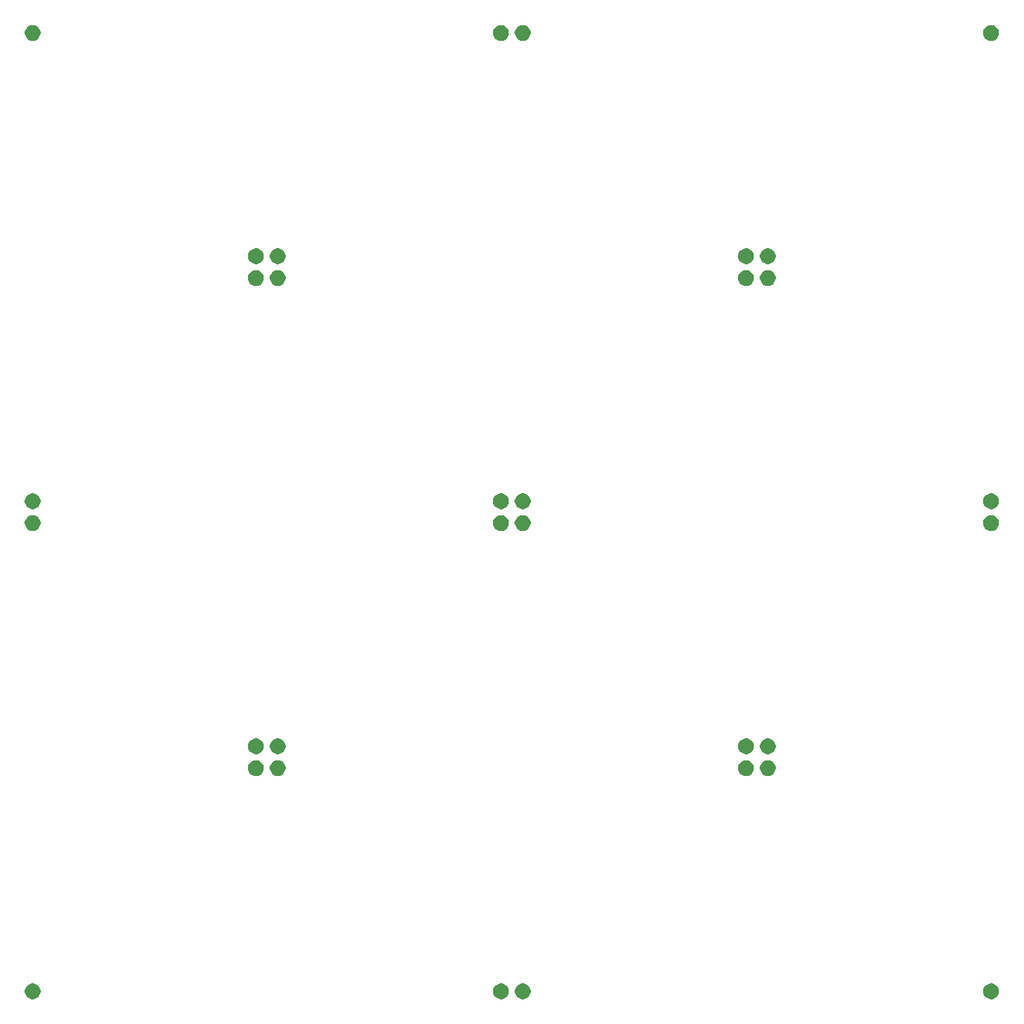
<source format=gbr>
G04 #@! TF.GenerationSoftware,KiCad,Pcbnew,(5.1.5)-3*
G04 #@! TF.CreationDate,2021-04-02T02:22:22+08:00*
G04 #@! TF.ProjectId,FilamentLEDWall,46696c61-6d65-46e7-944c-454457616c6c,rev?*
G04 #@! TF.SameCoordinates,Original*
G04 #@! TF.FileFunction,Soldermask,Top*
G04 #@! TF.FilePolarity,Negative*
%FSLAX46Y46*%
G04 Gerber Fmt 4.6, Leading zero omitted, Abs format (unit mm)*
G04 Created by KiCad (PCBNEW (5.1.5)-3) date 2021-04-02 02:22:22*
%MOMM*%
%LPD*%
G04 APERTURE LIST*
%ADD10C,0.100000*%
G04 APERTURE END LIST*
D10*
G36*
X60824598Y-134842508D02*
G01*
X60988388Y-134910352D01*
X61135795Y-135008846D01*
X61261154Y-135134205D01*
X61359648Y-135281612D01*
X61427492Y-135445402D01*
X61462078Y-135619280D01*
X61462078Y-135796564D01*
X61427492Y-135970442D01*
X61359648Y-136134232D01*
X61261154Y-136281639D01*
X61135795Y-136406998D01*
X60988388Y-136505492D01*
X60988387Y-136505493D01*
X60988386Y-136505493D01*
X60824598Y-136573336D01*
X60650722Y-136607922D01*
X60473434Y-136607922D01*
X60299558Y-136573336D01*
X60135770Y-136505493D01*
X60135769Y-136505493D01*
X60135768Y-136505492D01*
X59988361Y-136406998D01*
X59863002Y-136281639D01*
X59764508Y-136134232D01*
X59696664Y-135970442D01*
X59662078Y-135796564D01*
X59662078Y-135619280D01*
X59696664Y-135445402D01*
X59764508Y-135281612D01*
X59863002Y-135134205D01*
X59988361Y-135008846D01*
X60135768Y-134910352D01*
X60299558Y-134842508D01*
X60473434Y-134807922D01*
X60650722Y-134807922D01*
X60824598Y-134842508D01*
G37*
G36*
X170100442Y-134842508D02*
G01*
X170264232Y-134910352D01*
X170411639Y-135008846D01*
X170536998Y-135134205D01*
X170635492Y-135281612D01*
X170703336Y-135445402D01*
X170737922Y-135619280D01*
X170737922Y-135796564D01*
X170703336Y-135970442D01*
X170635492Y-136134232D01*
X170536998Y-136281639D01*
X170411639Y-136406998D01*
X170264232Y-136505492D01*
X170264231Y-136505493D01*
X170264230Y-136505493D01*
X170100442Y-136573336D01*
X169926566Y-136607922D01*
X169749278Y-136607922D01*
X169575402Y-136573336D01*
X169411614Y-136505493D01*
X169411613Y-136505493D01*
X169411612Y-136505492D01*
X169264205Y-136406998D01*
X169138846Y-136281639D01*
X169040352Y-136134232D01*
X168972508Y-135970442D01*
X168937922Y-135796564D01*
X168937922Y-135619280D01*
X168972508Y-135445402D01*
X169040352Y-135281612D01*
X169138846Y-135134205D01*
X169264205Y-135008846D01*
X169411612Y-134910352D01*
X169575402Y-134842508D01*
X169749278Y-134807922D01*
X169926566Y-134807922D01*
X170100442Y-134842508D01*
G37*
G36*
X114220442Y-134842508D02*
G01*
X114384232Y-134910352D01*
X114531639Y-135008846D01*
X114656998Y-135134205D01*
X114755492Y-135281612D01*
X114823336Y-135445402D01*
X114857922Y-135619280D01*
X114857922Y-135796564D01*
X114823336Y-135970442D01*
X114755492Y-136134232D01*
X114656998Y-136281639D01*
X114531639Y-136406998D01*
X114384232Y-136505492D01*
X114384231Y-136505493D01*
X114384230Y-136505493D01*
X114220442Y-136573336D01*
X114046566Y-136607922D01*
X113869278Y-136607922D01*
X113695402Y-136573336D01*
X113531614Y-136505493D01*
X113531613Y-136505493D01*
X113531612Y-136505492D01*
X113384205Y-136406998D01*
X113258846Y-136281639D01*
X113160352Y-136134232D01*
X113092508Y-135970442D01*
X113057922Y-135796564D01*
X113057922Y-135619280D01*
X113092508Y-135445402D01*
X113160352Y-135281612D01*
X113258846Y-135134205D01*
X113384205Y-135008846D01*
X113531612Y-134910352D01*
X113695402Y-134842508D01*
X113869278Y-134807922D01*
X114046566Y-134807922D01*
X114220442Y-134842508D01*
G37*
G36*
X116704598Y-134842508D02*
G01*
X116868388Y-134910352D01*
X117015795Y-135008846D01*
X117141154Y-135134205D01*
X117239648Y-135281612D01*
X117307492Y-135445402D01*
X117342078Y-135619280D01*
X117342078Y-135796564D01*
X117307492Y-135970442D01*
X117239648Y-136134232D01*
X117141154Y-136281639D01*
X117015795Y-136406998D01*
X116868388Y-136505492D01*
X116868387Y-136505493D01*
X116868386Y-136505493D01*
X116704598Y-136573336D01*
X116530722Y-136607922D01*
X116353434Y-136607922D01*
X116179558Y-136573336D01*
X116015770Y-136505493D01*
X116015769Y-136505493D01*
X116015768Y-136505492D01*
X115868361Y-136406998D01*
X115743002Y-136281639D01*
X115644508Y-136134232D01*
X115576664Y-135970442D01*
X115542078Y-135796564D01*
X115542078Y-135619280D01*
X115576664Y-135445402D01*
X115644508Y-135281612D01*
X115743002Y-135134205D01*
X115868361Y-135008846D01*
X116015768Y-134910352D01*
X116179558Y-134842508D01*
X116353434Y-134807922D01*
X116530722Y-134807922D01*
X116704598Y-134842508D01*
G37*
G36*
X142160442Y-109386664D02*
G01*
X142324232Y-109454508D01*
X142471639Y-109553002D01*
X142596998Y-109678361D01*
X142695492Y-109825768D01*
X142763336Y-109989558D01*
X142797922Y-110163436D01*
X142797922Y-110340720D01*
X142763336Y-110514598D01*
X142695492Y-110678388D01*
X142596998Y-110825795D01*
X142471639Y-110951154D01*
X142324232Y-111049648D01*
X142324231Y-111049649D01*
X142324230Y-111049649D01*
X142160442Y-111117492D01*
X141986566Y-111152078D01*
X141809278Y-111152078D01*
X141635402Y-111117492D01*
X141471614Y-111049649D01*
X141471613Y-111049649D01*
X141471612Y-111049648D01*
X141324205Y-110951154D01*
X141198846Y-110825795D01*
X141100352Y-110678388D01*
X141032508Y-110514598D01*
X140997922Y-110340720D01*
X140997922Y-110163436D01*
X141032508Y-109989558D01*
X141100352Y-109825768D01*
X141198846Y-109678361D01*
X141324205Y-109553002D01*
X141471612Y-109454508D01*
X141635402Y-109386664D01*
X141809278Y-109352078D01*
X141986566Y-109352078D01*
X142160442Y-109386664D01*
G37*
G36*
X88764598Y-109386664D02*
G01*
X88928388Y-109454508D01*
X89075795Y-109553002D01*
X89201154Y-109678361D01*
X89299648Y-109825768D01*
X89367492Y-109989558D01*
X89402078Y-110163436D01*
X89402078Y-110340720D01*
X89367492Y-110514598D01*
X89299648Y-110678388D01*
X89201154Y-110825795D01*
X89075795Y-110951154D01*
X88928388Y-111049648D01*
X88928387Y-111049649D01*
X88928386Y-111049649D01*
X88764598Y-111117492D01*
X88590722Y-111152078D01*
X88413434Y-111152078D01*
X88239558Y-111117492D01*
X88075770Y-111049649D01*
X88075769Y-111049649D01*
X88075768Y-111049648D01*
X87928361Y-110951154D01*
X87803002Y-110825795D01*
X87704508Y-110678388D01*
X87636664Y-110514598D01*
X87602078Y-110340720D01*
X87602078Y-110163436D01*
X87636664Y-109989558D01*
X87704508Y-109825768D01*
X87803002Y-109678361D01*
X87928361Y-109553002D01*
X88075768Y-109454508D01*
X88239558Y-109386664D01*
X88413434Y-109352078D01*
X88590722Y-109352078D01*
X88764598Y-109386664D01*
G37*
G36*
X144644598Y-109386664D02*
G01*
X144808388Y-109454508D01*
X144955795Y-109553002D01*
X145081154Y-109678361D01*
X145179648Y-109825768D01*
X145247492Y-109989558D01*
X145282078Y-110163436D01*
X145282078Y-110340720D01*
X145247492Y-110514598D01*
X145179648Y-110678388D01*
X145081154Y-110825795D01*
X144955795Y-110951154D01*
X144808388Y-111049648D01*
X144808387Y-111049649D01*
X144808386Y-111049649D01*
X144644598Y-111117492D01*
X144470722Y-111152078D01*
X144293434Y-111152078D01*
X144119558Y-111117492D01*
X143955770Y-111049649D01*
X143955769Y-111049649D01*
X143955768Y-111049648D01*
X143808361Y-110951154D01*
X143683002Y-110825795D01*
X143584508Y-110678388D01*
X143516664Y-110514598D01*
X143482078Y-110340720D01*
X143482078Y-110163436D01*
X143516664Y-109989558D01*
X143584508Y-109825768D01*
X143683002Y-109678361D01*
X143808361Y-109553002D01*
X143955768Y-109454508D01*
X144119558Y-109386664D01*
X144293434Y-109352078D01*
X144470722Y-109352078D01*
X144644598Y-109386664D01*
G37*
G36*
X86280442Y-109386664D02*
G01*
X86444232Y-109454508D01*
X86591639Y-109553002D01*
X86716998Y-109678361D01*
X86815492Y-109825768D01*
X86883336Y-109989558D01*
X86917922Y-110163436D01*
X86917922Y-110340720D01*
X86883336Y-110514598D01*
X86815492Y-110678388D01*
X86716998Y-110825795D01*
X86591639Y-110951154D01*
X86444232Y-111049648D01*
X86444231Y-111049649D01*
X86444230Y-111049649D01*
X86280442Y-111117492D01*
X86106566Y-111152078D01*
X85929278Y-111152078D01*
X85755402Y-111117492D01*
X85591614Y-111049649D01*
X85591613Y-111049649D01*
X85591612Y-111049648D01*
X85444205Y-110951154D01*
X85318846Y-110825795D01*
X85220352Y-110678388D01*
X85152508Y-110514598D01*
X85117922Y-110340720D01*
X85117922Y-110163436D01*
X85152508Y-109989558D01*
X85220352Y-109825768D01*
X85318846Y-109678361D01*
X85444205Y-109553002D01*
X85591612Y-109454508D01*
X85755402Y-109386664D01*
X85929278Y-109352078D01*
X86106566Y-109352078D01*
X86280442Y-109386664D01*
G37*
G36*
X88764598Y-106902508D02*
G01*
X88928388Y-106970352D01*
X89075795Y-107068846D01*
X89201154Y-107194205D01*
X89299648Y-107341612D01*
X89367492Y-107505402D01*
X89402078Y-107679280D01*
X89402078Y-107856564D01*
X89367492Y-108030442D01*
X89299648Y-108194232D01*
X89201154Y-108341639D01*
X89075795Y-108466998D01*
X88928388Y-108565492D01*
X88928387Y-108565493D01*
X88928386Y-108565493D01*
X88764598Y-108633336D01*
X88590722Y-108667922D01*
X88413434Y-108667922D01*
X88239558Y-108633336D01*
X88075770Y-108565493D01*
X88075769Y-108565493D01*
X88075768Y-108565492D01*
X87928361Y-108466998D01*
X87803002Y-108341639D01*
X87704508Y-108194232D01*
X87636664Y-108030442D01*
X87602078Y-107856564D01*
X87602078Y-107679280D01*
X87636664Y-107505402D01*
X87704508Y-107341612D01*
X87803002Y-107194205D01*
X87928361Y-107068846D01*
X88075768Y-106970352D01*
X88239558Y-106902508D01*
X88413434Y-106867922D01*
X88590722Y-106867922D01*
X88764598Y-106902508D01*
G37*
G36*
X144644598Y-106902508D02*
G01*
X144808388Y-106970352D01*
X144955795Y-107068846D01*
X145081154Y-107194205D01*
X145179648Y-107341612D01*
X145247492Y-107505402D01*
X145282078Y-107679280D01*
X145282078Y-107856564D01*
X145247492Y-108030442D01*
X145179648Y-108194232D01*
X145081154Y-108341639D01*
X144955795Y-108466998D01*
X144808388Y-108565492D01*
X144808387Y-108565493D01*
X144808386Y-108565493D01*
X144644598Y-108633336D01*
X144470722Y-108667922D01*
X144293434Y-108667922D01*
X144119558Y-108633336D01*
X143955770Y-108565493D01*
X143955769Y-108565493D01*
X143955768Y-108565492D01*
X143808361Y-108466998D01*
X143683002Y-108341639D01*
X143584508Y-108194232D01*
X143516664Y-108030442D01*
X143482078Y-107856564D01*
X143482078Y-107679280D01*
X143516664Y-107505402D01*
X143584508Y-107341612D01*
X143683002Y-107194205D01*
X143808361Y-107068846D01*
X143955768Y-106970352D01*
X144119558Y-106902508D01*
X144293434Y-106867922D01*
X144470722Y-106867922D01*
X144644598Y-106902508D01*
G37*
G36*
X142160442Y-106902508D02*
G01*
X142324232Y-106970352D01*
X142471639Y-107068846D01*
X142596998Y-107194205D01*
X142695492Y-107341612D01*
X142763336Y-107505402D01*
X142797922Y-107679280D01*
X142797922Y-107856564D01*
X142763336Y-108030442D01*
X142695492Y-108194232D01*
X142596998Y-108341639D01*
X142471639Y-108466998D01*
X142324232Y-108565492D01*
X142324231Y-108565493D01*
X142324230Y-108565493D01*
X142160442Y-108633336D01*
X141986566Y-108667922D01*
X141809278Y-108667922D01*
X141635402Y-108633336D01*
X141471614Y-108565493D01*
X141471613Y-108565493D01*
X141471612Y-108565492D01*
X141324205Y-108466998D01*
X141198846Y-108341639D01*
X141100352Y-108194232D01*
X141032508Y-108030442D01*
X140997922Y-107856564D01*
X140997922Y-107679280D01*
X141032508Y-107505402D01*
X141100352Y-107341612D01*
X141198846Y-107194205D01*
X141324205Y-107068846D01*
X141471612Y-106970352D01*
X141635402Y-106902508D01*
X141809278Y-106867922D01*
X141986566Y-106867922D01*
X142160442Y-106902508D01*
G37*
G36*
X86280442Y-106902508D02*
G01*
X86444232Y-106970352D01*
X86591639Y-107068846D01*
X86716998Y-107194205D01*
X86815492Y-107341612D01*
X86883336Y-107505402D01*
X86917922Y-107679280D01*
X86917922Y-107856564D01*
X86883336Y-108030442D01*
X86815492Y-108194232D01*
X86716998Y-108341639D01*
X86591639Y-108466998D01*
X86444232Y-108565492D01*
X86444231Y-108565493D01*
X86444230Y-108565493D01*
X86280442Y-108633336D01*
X86106566Y-108667922D01*
X85929278Y-108667922D01*
X85755402Y-108633336D01*
X85591614Y-108565493D01*
X85591613Y-108565493D01*
X85591612Y-108565492D01*
X85444205Y-108466998D01*
X85318846Y-108341639D01*
X85220352Y-108194232D01*
X85152508Y-108030442D01*
X85117922Y-107856564D01*
X85117922Y-107679280D01*
X85152508Y-107505402D01*
X85220352Y-107341612D01*
X85318846Y-107194205D01*
X85444205Y-107068846D01*
X85591612Y-106970352D01*
X85755402Y-106902508D01*
X85929278Y-106867922D01*
X86106566Y-106867922D01*
X86280442Y-106902508D01*
G37*
G36*
X114220442Y-81446664D02*
G01*
X114384232Y-81514508D01*
X114531639Y-81613002D01*
X114656998Y-81738361D01*
X114755492Y-81885768D01*
X114823336Y-82049558D01*
X114857922Y-82223436D01*
X114857922Y-82400720D01*
X114823336Y-82574598D01*
X114755492Y-82738388D01*
X114656998Y-82885795D01*
X114531639Y-83011154D01*
X114384232Y-83109648D01*
X114384231Y-83109649D01*
X114384230Y-83109649D01*
X114220442Y-83177492D01*
X114046566Y-83212078D01*
X113869278Y-83212078D01*
X113695402Y-83177492D01*
X113531614Y-83109649D01*
X113531613Y-83109649D01*
X113531612Y-83109648D01*
X113384205Y-83011154D01*
X113258846Y-82885795D01*
X113160352Y-82738388D01*
X113092508Y-82574598D01*
X113057922Y-82400720D01*
X113057922Y-82223436D01*
X113092508Y-82049558D01*
X113160352Y-81885768D01*
X113258846Y-81738361D01*
X113384205Y-81613002D01*
X113531612Y-81514508D01*
X113695402Y-81446664D01*
X113869278Y-81412078D01*
X114046566Y-81412078D01*
X114220442Y-81446664D01*
G37*
G36*
X170100442Y-81446664D02*
G01*
X170264232Y-81514508D01*
X170411639Y-81613002D01*
X170536998Y-81738361D01*
X170635492Y-81885768D01*
X170703336Y-82049558D01*
X170737922Y-82223436D01*
X170737922Y-82400720D01*
X170703336Y-82574598D01*
X170635492Y-82738388D01*
X170536998Y-82885795D01*
X170411639Y-83011154D01*
X170264232Y-83109648D01*
X170264231Y-83109649D01*
X170264230Y-83109649D01*
X170100442Y-83177492D01*
X169926566Y-83212078D01*
X169749278Y-83212078D01*
X169575402Y-83177492D01*
X169411614Y-83109649D01*
X169411613Y-83109649D01*
X169411612Y-83109648D01*
X169264205Y-83011154D01*
X169138846Y-82885795D01*
X169040352Y-82738388D01*
X168972508Y-82574598D01*
X168937922Y-82400720D01*
X168937922Y-82223436D01*
X168972508Y-82049558D01*
X169040352Y-81885768D01*
X169138846Y-81738361D01*
X169264205Y-81613002D01*
X169411612Y-81514508D01*
X169575402Y-81446664D01*
X169749278Y-81412078D01*
X169926566Y-81412078D01*
X170100442Y-81446664D01*
G37*
G36*
X116704598Y-81446664D02*
G01*
X116868388Y-81514508D01*
X117015795Y-81613002D01*
X117141154Y-81738361D01*
X117239648Y-81885768D01*
X117307492Y-82049558D01*
X117342078Y-82223436D01*
X117342078Y-82400720D01*
X117307492Y-82574598D01*
X117239648Y-82738388D01*
X117141154Y-82885795D01*
X117015795Y-83011154D01*
X116868388Y-83109648D01*
X116868387Y-83109649D01*
X116868386Y-83109649D01*
X116704598Y-83177492D01*
X116530722Y-83212078D01*
X116353434Y-83212078D01*
X116179558Y-83177492D01*
X116015770Y-83109649D01*
X116015769Y-83109649D01*
X116015768Y-83109648D01*
X115868361Y-83011154D01*
X115743002Y-82885795D01*
X115644508Y-82738388D01*
X115576664Y-82574598D01*
X115542078Y-82400720D01*
X115542078Y-82223436D01*
X115576664Y-82049558D01*
X115644508Y-81885768D01*
X115743002Y-81738361D01*
X115868361Y-81613002D01*
X116015768Y-81514508D01*
X116179558Y-81446664D01*
X116353434Y-81412078D01*
X116530722Y-81412078D01*
X116704598Y-81446664D01*
G37*
G36*
X60824598Y-81446664D02*
G01*
X60988388Y-81514508D01*
X61135795Y-81613002D01*
X61261154Y-81738361D01*
X61359648Y-81885768D01*
X61427492Y-82049558D01*
X61462078Y-82223436D01*
X61462078Y-82400720D01*
X61427492Y-82574598D01*
X61359648Y-82738388D01*
X61261154Y-82885795D01*
X61135795Y-83011154D01*
X60988388Y-83109648D01*
X60988387Y-83109649D01*
X60988386Y-83109649D01*
X60824598Y-83177492D01*
X60650722Y-83212078D01*
X60473434Y-83212078D01*
X60299558Y-83177492D01*
X60135770Y-83109649D01*
X60135769Y-83109649D01*
X60135768Y-83109648D01*
X59988361Y-83011154D01*
X59863002Y-82885795D01*
X59764508Y-82738388D01*
X59696664Y-82574598D01*
X59662078Y-82400720D01*
X59662078Y-82223436D01*
X59696664Y-82049558D01*
X59764508Y-81885768D01*
X59863002Y-81738361D01*
X59988361Y-81613002D01*
X60135768Y-81514508D01*
X60299558Y-81446664D01*
X60473434Y-81412078D01*
X60650722Y-81412078D01*
X60824598Y-81446664D01*
G37*
G36*
X170100442Y-78962508D02*
G01*
X170264232Y-79030352D01*
X170411639Y-79128846D01*
X170536998Y-79254205D01*
X170635492Y-79401612D01*
X170703336Y-79565402D01*
X170737922Y-79739280D01*
X170737922Y-79916564D01*
X170703336Y-80090442D01*
X170635492Y-80254232D01*
X170536998Y-80401639D01*
X170411639Y-80526998D01*
X170264232Y-80625492D01*
X170264231Y-80625493D01*
X170264230Y-80625493D01*
X170100442Y-80693336D01*
X169926566Y-80727922D01*
X169749278Y-80727922D01*
X169575402Y-80693336D01*
X169411614Y-80625493D01*
X169411613Y-80625493D01*
X169411612Y-80625492D01*
X169264205Y-80526998D01*
X169138846Y-80401639D01*
X169040352Y-80254232D01*
X168972508Y-80090442D01*
X168937922Y-79916564D01*
X168937922Y-79739280D01*
X168972508Y-79565402D01*
X169040352Y-79401612D01*
X169138846Y-79254205D01*
X169264205Y-79128846D01*
X169411612Y-79030352D01*
X169575402Y-78962508D01*
X169749278Y-78927922D01*
X169926566Y-78927922D01*
X170100442Y-78962508D01*
G37*
G36*
X60824598Y-78962508D02*
G01*
X60988388Y-79030352D01*
X61135795Y-79128846D01*
X61261154Y-79254205D01*
X61359648Y-79401612D01*
X61427492Y-79565402D01*
X61462078Y-79739280D01*
X61462078Y-79916564D01*
X61427492Y-80090442D01*
X61359648Y-80254232D01*
X61261154Y-80401639D01*
X61135795Y-80526998D01*
X60988388Y-80625492D01*
X60988387Y-80625493D01*
X60988386Y-80625493D01*
X60824598Y-80693336D01*
X60650722Y-80727922D01*
X60473434Y-80727922D01*
X60299558Y-80693336D01*
X60135770Y-80625493D01*
X60135769Y-80625493D01*
X60135768Y-80625492D01*
X59988361Y-80526998D01*
X59863002Y-80401639D01*
X59764508Y-80254232D01*
X59696664Y-80090442D01*
X59662078Y-79916564D01*
X59662078Y-79739280D01*
X59696664Y-79565402D01*
X59764508Y-79401612D01*
X59863002Y-79254205D01*
X59988361Y-79128846D01*
X60135768Y-79030352D01*
X60299558Y-78962508D01*
X60473434Y-78927922D01*
X60650722Y-78927922D01*
X60824598Y-78962508D01*
G37*
G36*
X114220442Y-78962508D02*
G01*
X114384232Y-79030352D01*
X114531639Y-79128846D01*
X114656998Y-79254205D01*
X114755492Y-79401612D01*
X114823336Y-79565402D01*
X114857922Y-79739280D01*
X114857922Y-79916564D01*
X114823336Y-80090442D01*
X114755492Y-80254232D01*
X114656998Y-80401639D01*
X114531639Y-80526998D01*
X114384232Y-80625492D01*
X114384231Y-80625493D01*
X114384230Y-80625493D01*
X114220442Y-80693336D01*
X114046566Y-80727922D01*
X113869278Y-80727922D01*
X113695402Y-80693336D01*
X113531614Y-80625493D01*
X113531613Y-80625493D01*
X113531612Y-80625492D01*
X113384205Y-80526998D01*
X113258846Y-80401639D01*
X113160352Y-80254232D01*
X113092508Y-80090442D01*
X113057922Y-79916564D01*
X113057922Y-79739280D01*
X113092508Y-79565402D01*
X113160352Y-79401612D01*
X113258846Y-79254205D01*
X113384205Y-79128846D01*
X113531612Y-79030352D01*
X113695402Y-78962508D01*
X113869278Y-78927922D01*
X114046566Y-78927922D01*
X114220442Y-78962508D01*
G37*
G36*
X116704598Y-78962508D02*
G01*
X116868388Y-79030352D01*
X117015795Y-79128846D01*
X117141154Y-79254205D01*
X117239648Y-79401612D01*
X117307492Y-79565402D01*
X117342078Y-79739280D01*
X117342078Y-79916564D01*
X117307492Y-80090442D01*
X117239648Y-80254232D01*
X117141154Y-80401639D01*
X117015795Y-80526998D01*
X116868388Y-80625492D01*
X116868387Y-80625493D01*
X116868386Y-80625493D01*
X116704598Y-80693336D01*
X116530722Y-80727922D01*
X116353434Y-80727922D01*
X116179558Y-80693336D01*
X116015770Y-80625493D01*
X116015769Y-80625493D01*
X116015768Y-80625492D01*
X115868361Y-80526998D01*
X115743002Y-80401639D01*
X115644508Y-80254232D01*
X115576664Y-80090442D01*
X115542078Y-79916564D01*
X115542078Y-79739280D01*
X115576664Y-79565402D01*
X115644508Y-79401612D01*
X115743002Y-79254205D01*
X115868361Y-79128846D01*
X116015768Y-79030352D01*
X116179558Y-78962508D01*
X116353434Y-78927922D01*
X116530722Y-78927922D01*
X116704598Y-78962508D01*
G37*
G36*
X86280442Y-53506664D02*
G01*
X86444232Y-53574508D01*
X86591639Y-53673002D01*
X86716998Y-53798361D01*
X86815492Y-53945768D01*
X86883336Y-54109558D01*
X86917922Y-54283436D01*
X86917922Y-54460720D01*
X86883336Y-54634598D01*
X86815492Y-54798388D01*
X86716998Y-54945795D01*
X86591639Y-55071154D01*
X86444232Y-55169648D01*
X86444231Y-55169649D01*
X86444230Y-55169649D01*
X86280442Y-55237492D01*
X86106566Y-55272078D01*
X85929278Y-55272078D01*
X85755402Y-55237492D01*
X85591614Y-55169649D01*
X85591613Y-55169649D01*
X85591612Y-55169648D01*
X85444205Y-55071154D01*
X85318846Y-54945795D01*
X85220352Y-54798388D01*
X85152508Y-54634598D01*
X85117922Y-54460720D01*
X85117922Y-54283436D01*
X85152508Y-54109558D01*
X85220352Y-53945768D01*
X85318846Y-53798361D01*
X85444205Y-53673002D01*
X85591612Y-53574508D01*
X85755402Y-53506664D01*
X85929278Y-53472078D01*
X86106566Y-53472078D01*
X86280442Y-53506664D01*
G37*
G36*
X144644598Y-53506664D02*
G01*
X144808388Y-53574508D01*
X144955795Y-53673002D01*
X145081154Y-53798361D01*
X145179648Y-53945768D01*
X145247492Y-54109558D01*
X145282078Y-54283436D01*
X145282078Y-54460720D01*
X145247492Y-54634598D01*
X145179648Y-54798388D01*
X145081154Y-54945795D01*
X144955795Y-55071154D01*
X144808388Y-55169648D01*
X144808387Y-55169649D01*
X144808386Y-55169649D01*
X144644598Y-55237492D01*
X144470722Y-55272078D01*
X144293434Y-55272078D01*
X144119558Y-55237492D01*
X143955770Y-55169649D01*
X143955769Y-55169649D01*
X143955768Y-55169648D01*
X143808361Y-55071154D01*
X143683002Y-54945795D01*
X143584508Y-54798388D01*
X143516664Y-54634598D01*
X143482078Y-54460720D01*
X143482078Y-54283436D01*
X143516664Y-54109558D01*
X143584508Y-53945768D01*
X143683002Y-53798361D01*
X143808361Y-53673002D01*
X143955768Y-53574508D01*
X144119558Y-53506664D01*
X144293434Y-53472078D01*
X144470722Y-53472078D01*
X144644598Y-53506664D01*
G37*
G36*
X142160442Y-53506664D02*
G01*
X142324232Y-53574508D01*
X142471639Y-53673002D01*
X142596998Y-53798361D01*
X142695492Y-53945768D01*
X142763336Y-54109558D01*
X142797922Y-54283436D01*
X142797922Y-54460720D01*
X142763336Y-54634598D01*
X142695492Y-54798388D01*
X142596998Y-54945795D01*
X142471639Y-55071154D01*
X142324232Y-55169648D01*
X142324231Y-55169649D01*
X142324230Y-55169649D01*
X142160442Y-55237492D01*
X141986566Y-55272078D01*
X141809278Y-55272078D01*
X141635402Y-55237492D01*
X141471614Y-55169649D01*
X141471613Y-55169649D01*
X141471612Y-55169648D01*
X141324205Y-55071154D01*
X141198846Y-54945795D01*
X141100352Y-54798388D01*
X141032508Y-54634598D01*
X140997922Y-54460720D01*
X140997922Y-54283436D01*
X141032508Y-54109558D01*
X141100352Y-53945768D01*
X141198846Y-53798361D01*
X141324205Y-53673002D01*
X141471612Y-53574508D01*
X141635402Y-53506664D01*
X141809278Y-53472078D01*
X141986566Y-53472078D01*
X142160442Y-53506664D01*
G37*
G36*
X88764598Y-53506664D02*
G01*
X88928388Y-53574508D01*
X89075795Y-53673002D01*
X89201154Y-53798361D01*
X89299648Y-53945768D01*
X89367492Y-54109558D01*
X89402078Y-54283436D01*
X89402078Y-54460720D01*
X89367492Y-54634598D01*
X89299648Y-54798388D01*
X89201154Y-54945795D01*
X89075795Y-55071154D01*
X88928388Y-55169648D01*
X88928387Y-55169649D01*
X88928386Y-55169649D01*
X88764598Y-55237492D01*
X88590722Y-55272078D01*
X88413434Y-55272078D01*
X88239558Y-55237492D01*
X88075770Y-55169649D01*
X88075769Y-55169649D01*
X88075768Y-55169648D01*
X87928361Y-55071154D01*
X87803002Y-54945795D01*
X87704508Y-54798388D01*
X87636664Y-54634598D01*
X87602078Y-54460720D01*
X87602078Y-54283436D01*
X87636664Y-54109558D01*
X87704508Y-53945768D01*
X87803002Y-53798361D01*
X87928361Y-53673002D01*
X88075768Y-53574508D01*
X88239558Y-53506664D01*
X88413434Y-53472078D01*
X88590722Y-53472078D01*
X88764598Y-53506664D01*
G37*
G36*
X142160442Y-51022508D02*
G01*
X142324232Y-51090352D01*
X142471639Y-51188846D01*
X142596998Y-51314205D01*
X142695492Y-51461612D01*
X142763336Y-51625402D01*
X142797922Y-51799280D01*
X142797922Y-51976564D01*
X142763336Y-52150442D01*
X142695492Y-52314232D01*
X142596998Y-52461639D01*
X142471639Y-52586998D01*
X142324232Y-52685492D01*
X142324231Y-52685493D01*
X142324230Y-52685493D01*
X142160442Y-52753336D01*
X141986566Y-52787922D01*
X141809278Y-52787922D01*
X141635402Y-52753336D01*
X141471614Y-52685493D01*
X141471613Y-52685493D01*
X141471612Y-52685492D01*
X141324205Y-52586998D01*
X141198846Y-52461639D01*
X141100352Y-52314232D01*
X141032508Y-52150442D01*
X140997922Y-51976564D01*
X140997922Y-51799280D01*
X141032508Y-51625402D01*
X141100352Y-51461612D01*
X141198846Y-51314205D01*
X141324205Y-51188846D01*
X141471612Y-51090352D01*
X141635402Y-51022508D01*
X141809278Y-50987922D01*
X141986566Y-50987922D01*
X142160442Y-51022508D01*
G37*
G36*
X144644598Y-51022508D02*
G01*
X144808388Y-51090352D01*
X144955795Y-51188846D01*
X145081154Y-51314205D01*
X145179648Y-51461612D01*
X145247492Y-51625402D01*
X145282078Y-51799280D01*
X145282078Y-51976564D01*
X145247492Y-52150442D01*
X145179648Y-52314232D01*
X145081154Y-52461639D01*
X144955795Y-52586998D01*
X144808388Y-52685492D01*
X144808387Y-52685493D01*
X144808386Y-52685493D01*
X144644598Y-52753336D01*
X144470722Y-52787922D01*
X144293434Y-52787922D01*
X144119558Y-52753336D01*
X143955770Y-52685493D01*
X143955769Y-52685493D01*
X143955768Y-52685492D01*
X143808361Y-52586998D01*
X143683002Y-52461639D01*
X143584508Y-52314232D01*
X143516664Y-52150442D01*
X143482078Y-51976564D01*
X143482078Y-51799280D01*
X143516664Y-51625402D01*
X143584508Y-51461612D01*
X143683002Y-51314205D01*
X143808361Y-51188846D01*
X143955768Y-51090352D01*
X144119558Y-51022508D01*
X144293434Y-50987922D01*
X144470722Y-50987922D01*
X144644598Y-51022508D01*
G37*
G36*
X86280442Y-51022508D02*
G01*
X86444232Y-51090352D01*
X86591639Y-51188846D01*
X86716998Y-51314205D01*
X86815492Y-51461612D01*
X86883336Y-51625402D01*
X86917922Y-51799280D01*
X86917922Y-51976564D01*
X86883336Y-52150442D01*
X86815492Y-52314232D01*
X86716998Y-52461639D01*
X86591639Y-52586998D01*
X86444232Y-52685492D01*
X86444231Y-52685493D01*
X86444230Y-52685493D01*
X86280442Y-52753336D01*
X86106566Y-52787922D01*
X85929278Y-52787922D01*
X85755402Y-52753336D01*
X85591614Y-52685493D01*
X85591613Y-52685493D01*
X85591612Y-52685492D01*
X85444205Y-52586998D01*
X85318846Y-52461639D01*
X85220352Y-52314232D01*
X85152508Y-52150442D01*
X85117922Y-51976564D01*
X85117922Y-51799280D01*
X85152508Y-51625402D01*
X85220352Y-51461612D01*
X85318846Y-51314205D01*
X85444205Y-51188846D01*
X85591612Y-51090352D01*
X85755402Y-51022508D01*
X85929278Y-50987922D01*
X86106566Y-50987922D01*
X86280442Y-51022508D01*
G37*
G36*
X88764598Y-51022508D02*
G01*
X88928388Y-51090352D01*
X89075795Y-51188846D01*
X89201154Y-51314205D01*
X89299648Y-51461612D01*
X89367492Y-51625402D01*
X89402078Y-51799280D01*
X89402078Y-51976564D01*
X89367492Y-52150442D01*
X89299648Y-52314232D01*
X89201154Y-52461639D01*
X89075795Y-52586998D01*
X88928388Y-52685492D01*
X88928387Y-52685493D01*
X88928386Y-52685493D01*
X88764598Y-52753336D01*
X88590722Y-52787922D01*
X88413434Y-52787922D01*
X88239558Y-52753336D01*
X88075770Y-52685493D01*
X88075769Y-52685493D01*
X88075768Y-52685492D01*
X87928361Y-52586998D01*
X87803002Y-52461639D01*
X87704508Y-52314232D01*
X87636664Y-52150442D01*
X87602078Y-51976564D01*
X87602078Y-51799280D01*
X87636664Y-51625402D01*
X87704508Y-51461612D01*
X87803002Y-51314205D01*
X87928361Y-51188846D01*
X88075768Y-51090352D01*
X88239558Y-51022508D01*
X88413434Y-50987922D01*
X88590722Y-50987922D01*
X88764598Y-51022508D01*
G37*
G36*
X114220442Y-25566664D02*
G01*
X114384232Y-25634508D01*
X114531639Y-25733002D01*
X114656998Y-25858361D01*
X114755492Y-26005768D01*
X114823336Y-26169558D01*
X114857922Y-26343436D01*
X114857922Y-26520720D01*
X114823336Y-26694598D01*
X114755492Y-26858388D01*
X114656998Y-27005795D01*
X114531639Y-27131154D01*
X114384232Y-27229648D01*
X114384231Y-27229649D01*
X114384230Y-27229649D01*
X114220442Y-27297492D01*
X114046566Y-27332078D01*
X113869278Y-27332078D01*
X113695402Y-27297492D01*
X113531614Y-27229649D01*
X113531613Y-27229649D01*
X113531612Y-27229648D01*
X113384205Y-27131154D01*
X113258846Y-27005795D01*
X113160352Y-26858388D01*
X113092508Y-26694598D01*
X113057922Y-26520720D01*
X113057922Y-26343436D01*
X113092508Y-26169558D01*
X113160352Y-26005768D01*
X113258846Y-25858361D01*
X113384205Y-25733002D01*
X113531612Y-25634508D01*
X113695402Y-25566664D01*
X113869278Y-25532078D01*
X114046566Y-25532078D01*
X114220442Y-25566664D01*
G37*
G36*
X60824598Y-25566664D02*
G01*
X60988388Y-25634508D01*
X61135795Y-25733002D01*
X61261154Y-25858361D01*
X61359648Y-26005768D01*
X61427492Y-26169558D01*
X61462078Y-26343436D01*
X61462078Y-26520720D01*
X61427492Y-26694598D01*
X61359648Y-26858388D01*
X61261154Y-27005795D01*
X61135795Y-27131154D01*
X60988388Y-27229648D01*
X60988387Y-27229649D01*
X60988386Y-27229649D01*
X60824598Y-27297492D01*
X60650722Y-27332078D01*
X60473434Y-27332078D01*
X60299558Y-27297492D01*
X60135770Y-27229649D01*
X60135769Y-27229649D01*
X60135768Y-27229648D01*
X59988361Y-27131154D01*
X59863002Y-27005795D01*
X59764508Y-26858388D01*
X59696664Y-26694598D01*
X59662078Y-26520720D01*
X59662078Y-26343436D01*
X59696664Y-26169558D01*
X59764508Y-26005768D01*
X59863002Y-25858361D01*
X59988361Y-25733002D01*
X60135768Y-25634508D01*
X60299558Y-25566664D01*
X60473434Y-25532078D01*
X60650722Y-25532078D01*
X60824598Y-25566664D01*
G37*
G36*
X116704598Y-25566664D02*
G01*
X116868388Y-25634508D01*
X117015795Y-25733002D01*
X117141154Y-25858361D01*
X117239648Y-26005768D01*
X117307492Y-26169558D01*
X117342078Y-26343436D01*
X117342078Y-26520720D01*
X117307492Y-26694598D01*
X117239648Y-26858388D01*
X117141154Y-27005795D01*
X117015795Y-27131154D01*
X116868388Y-27229648D01*
X116868387Y-27229649D01*
X116868386Y-27229649D01*
X116704598Y-27297492D01*
X116530722Y-27332078D01*
X116353434Y-27332078D01*
X116179558Y-27297492D01*
X116015770Y-27229649D01*
X116015769Y-27229649D01*
X116015768Y-27229648D01*
X115868361Y-27131154D01*
X115743002Y-27005795D01*
X115644508Y-26858388D01*
X115576664Y-26694598D01*
X115542078Y-26520720D01*
X115542078Y-26343436D01*
X115576664Y-26169558D01*
X115644508Y-26005768D01*
X115743002Y-25858361D01*
X115868361Y-25733002D01*
X116015768Y-25634508D01*
X116179558Y-25566664D01*
X116353434Y-25532078D01*
X116530722Y-25532078D01*
X116704598Y-25566664D01*
G37*
G36*
X170100442Y-25566664D02*
G01*
X170264232Y-25634508D01*
X170411639Y-25733002D01*
X170536998Y-25858361D01*
X170635492Y-26005768D01*
X170703336Y-26169558D01*
X170737922Y-26343436D01*
X170737922Y-26520720D01*
X170703336Y-26694598D01*
X170635492Y-26858388D01*
X170536998Y-27005795D01*
X170411639Y-27131154D01*
X170264232Y-27229648D01*
X170264231Y-27229649D01*
X170264230Y-27229649D01*
X170100442Y-27297492D01*
X169926566Y-27332078D01*
X169749278Y-27332078D01*
X169575402Y-27297492D01*
X169411614Y-27229649D01*
X169411613Y-27229649D01*
X169411612Y-27229648D01*
X169264205Y-27131154D01*
X169138846Y-27005795D01*
X169040352Y-26858388D01*
X168972508Y-26694598D01*
X168937922Y-26520720D01*
X168937922Y-26343436D01*
X168972508Y-26169558D01*
X169040352Y-26005768D01*
X169138846Y-25858361D01*
X169264205Y-25733002D01*
X169411612Y-25634508D01*
X169575402Y-25566664D01*
X169749278Y-25532078D01*
X169926566Y-25532078D01*
X170100442Y-25566664D01*
G37*
M02*

</source>
